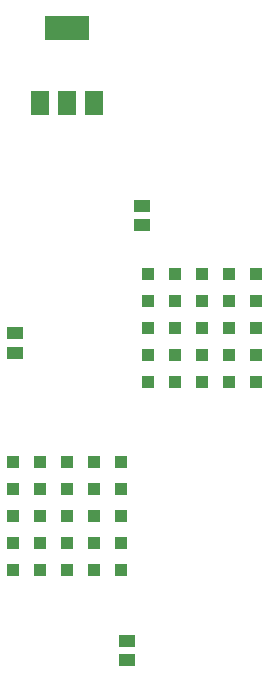
<source format=gbr>
G04 #@! TF.GenerationSoftware,KiCad,Pcbnew,(5.1.5)-3*
G04 #@! TF.CreationDate,2020-02-27T17:39:30-08:00*
G04 #@! TF.ProjectId,MobileCloud,4d6f6269-6c65-4436-9c6f-75642e6b6963,C*
G04 #@! TF.SameCoordinates,Original*
G04 #@! TF.FileFunction,Paste,Top*
G04 #@! TF.FilePolarity,Positive*
%FSLAX46Y46*%
G04 Gerber Fmt 4.6, Leading zero omitted, Abs format (unit mm)*
G04 Created by KiCad (PCBNEW (5.1.5)-3) date 2020-02-27 17:39:30*
%MOMM*%
%LPD*%
G04 APERTURE LIST*
%ADD10R,1.060000X1.060000*%
%ADD11R,1.400000X1.060000*%
%ADD12R,3.800000X2.000000*%
%ADD13R,1.500000X2.000000*%
G04 APERTURE END LIST*
D10*
X59825000Y-60190000D03*
X57535000Y-60190000D03*
X55245000Y-60190000D03*
X52955000Y-60190000D03*
X50665000Y-60190000D03*
X59825000Y-62480000D03*
X57535000Y-62480000D03*
X55245000Y-62480000D03*
X52955000Y-62480000D03*
X50665000Y-62480000D03*
X59825000Y-64770000D03*
X57535000Y-64770000D03*
X55245000Y-64770000D03*
X52955000Y-64770000D03*
X50665000Y-64770000D03*
X59825000Y-67060000D03*
X57535000Y-67060000D03*
X55245000Y-67060000D03*
X52955000Y-67060000D03*
X50665000Y-67060000D03*
X59825000Y-69350000D03*
X57535000Y-69350000D03*
X55245000Y-69350000D03*
X52955000Y-69350000D03*
X50665000Y-69350000D03*
D11*
X50800000Y-50996000D03*
X50800000Y-49334000D03*
X60325000Y-77031000D03*
X60325000Y-75369000D03*
X61595000Y-40201000D03*
X61595000Y-38539000D03*
D10*
X71255000Y-44315000D03*
X68965000Y-44315000D03*
X66675000Y-44315000D03*
X64385000Y-44315000D03*
X62095000Y-44315000D03*
X71255000Y-46605000D03*
X68965000Y-46605000D03*
X66675000Y-46605000D03*
X64385000Y-46605000D03*
X62095000Y-46605000D03*
X71255000Y-48895000D03*
X68965000Y-48895000D03*
X66675000Y-48895000D03*
X64385000Y-48895000D03*
X62095000Y-48895000D03*
X71255000Y-51185000D03*
X68965000Y-51185000D03*
X66675000Y-51185000D03*
X64385000Y-51185000D03*
X62095000Y-51185000D03*
X71255000Y-53475000D03*
X68965000Y-53475000D03*
X66675000Y-53475000D03*
X64385000Y-53475000D03*
X62095000Y-53475000D03*
D12*
X55245000Y-23495000D03*
D13*
X55245000Y-29795000D03*
X57545000Y-29795000D03*
X52945000Y-29795000D03*
M02*

</source>
